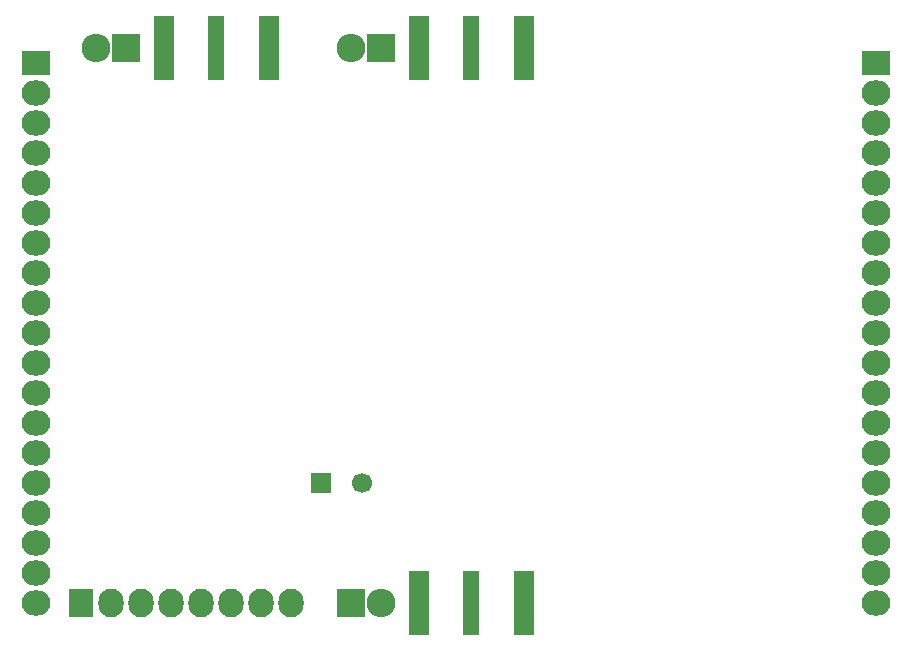
<source format=gbr>
G04 #@! TF.FileFunction,Soldermask,Top*
%FSLAX46Y46*%
G04 Gerber Fmt 4.6, Leading zero omitted, Abs format (unit mm)*
G04 Created by KiCad (PCBNEW 4.0.3+e1-6302~38~ubuntu16.04.1-stable) date Fri Aug 26 17:26:24 2016*
%MOMM*%
%LPD*%
G01*
G04 APERTURE LIST*
%ADD10C,0.100000*%
%ADD11R,2.432000X2.432000*%
%ADD12O,2.432000X2.432000*%
%ADD13R,2.127200X2.432000*%
%ADD14O,2.127200X2.432000*%
%ADD15R,1.670000X5.480000*%
%ADD16R,1.416000X5.480000*%
%ADD17R,2.432000X2.127200*%
%ADD18O,2.432000X2.127200*%
%ADD19C,1.700000*%
%ADD20R,1.700000X1.700000*%
G04 APERTURE END LIST*
D10*
D11*
X87630000Y-134620000D03*
D12*
X90170000Y-134620000D03*
D13*
X64770000Y-134620000D03*
D14*
X67310000Y-134620000D03*
X69850000Y-134620000D03*
X72390000Y-134620000D03*
X74930000Y-134620000D03*
X77470000Y-134620000D03*
X80010000Y-134620000D03*
X82550000Y-134620000D03*
D15*
X93345000Y-134620000D03*
X102235000Y-134620000D03*
D16*
X97790000Y-134620000D03*
D11*
X68580000Y-87630000D03*
D12*
X66040000Y-87630000D03*
D11*
X90170000Y-87630000D03*
D12*
X87630000Y-87630000D03*
D15*
X102235000Y-87630000D03*
X93345000Y-87630000D03*
D16*
X97790000Y-87630000D03*
D15*
X80645000Y-87630000D03*
X71755000Y-87630000D03*
D16*
X76200000Y-87630000D03*
D17*
X132080000Y-88900000D03*
D18*
X132080000Y-91440000D03*
X132080000Y-93980000D03*
X132080000Y-96520000D03*
X132080000Y-99060000D03*
X132080000Y-101600000D03*
X132080000Y-104140000D03*
X132080000Y-106680000D03*
X132080000Y-109220000D03*
X132080000Y-111760000D03*
X132080000Y-114300000D03*
X132080000Y-116840000D03*
X132080000Y-119380000D03*
X132080000Y-121920000D03*
X132080000Y-124460000D03*
X132080000Y-127000000D03*
X132080000Y-129540000D03*
X132080000Y-132080000D03*
X132080000Y-134620000D03*
D17*
X60960000Y-88900000D03*
D18*
X60960000Y-91440000D03*
X60960000Y-93980000D03*
X60960000Y-96520000D03*
X60960000Y-99060000D03*
X60960000Y-101600000D03*
X60960000Y-104140000D03*
X60960000Y-106680000D03*
X60960000Y-109220000D03*
X60960000Y-111760000D03*
X60960000Y-114300000D03*
X60960000Y-116840000D03*
X60960000Y-119380000D03*
X60960000Y-121920000D03*
X60960000Y-124460000D03*
X60960000Y-127000000D03*
X60960000Y-129540000D03*
X60960000Y-132080000D03*
X60960000Y-134620000D03*
D19*
X88590000Y-124460000D03*
D20*
X85090000Y-124460000D03*
M02*

</source>
